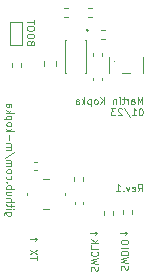
<source format=gbr>
%TF.GenerationSoftware,KiCad,Pcbnew,(6.0.1-0)*%
%TF.CreationDate,2023-04-29T18:47:22+02:00*%
%TF.ProjectId,picoprobe,7069636f-7072-46f6-9265-2e6b69636164,rev?*%
%TF.SameCoordinates,Original*%
%TF.FileFunction,Legend,Bot*%
%TF.FilePolarity,Positive*%
%FSLAX46Y46*%
G04 Gerber Fmt 4.6, Leading zero omitted, Abs format (unit mm)*
G04 Created by KiCad (PCBNEW (6.0.1-0)) date 2023-04-29 18:47:22*
%MOMM*%
%LPD*%
G01*
G04 APERTURE LIST*
%ADD10C,0.100000*%
%ADD11C,0.120000*%
%ADD12C,0.150000*%
G04 APERTURE END LIST*
D10*
X164100000Y-109800000D02*
X164250000Y-109900000D01*
X156450000Y-110500000D02*
X156600000Y-110400000D01*
X156600000Y-110400000D02*
X156000000Y-110400000D01*
X161550000Y-110000000D02*
X161700000Y-109900000D01*
X156450000Y-110300000D02*
X156600000Y-110400000D01*
X161550000Y-109800000D02*
X161700000Y-109900000D01*
X164100000Y-110000000D02*
X164250000Y-109900000D01*
X161700000Y-109900000D02*
X161100000Y-109900000D01*
X164250000Y-109900000D02*
X163650000Y-109900000D01*
X161207142Y-113057142D02*
X161178571Y-112971428D01*
X161178571Y-112828571D01*
X161207142Y-112771428D01*
X161235714Y-112742857D01*
X161292857Y-112714285D01*
X161350000Y-112714285D01*
X161407142Y-112742857D01*
X161435714Y-112771428D01*
X161464285Y-112828571D01*
X161492857Y-112942857D01*
X161521428Y-113000000D01*
X161550000Y-113028571D01*
X161607142Y-113057142D01*
X161664285Y-113057142D01*
X161721428Y-113028571D01*
X161750000Y-113000000D01*
X161778571Y-112942857D01*
X161778571Y-112800000D01*
X161750000Y-112714285D01*
X161778571Y-112514285D02*
X161178571Y-112371428D01*
X161607142Y-112257142D01*
X161178571Y-112142857D01*
X161778571Y-112000000D01*
X161235714Y-111428571D02*
X161207142Y-111457142D01*
X161178571Y-111542857D01*
X161178571Y-111600000D01*
X161207142Y-111685714D01*
X161264285Y-111742857D01*
X161321428Y-111771428D01*
X161435714Y-111800000D01*
X161521428Y-111800000D01*
X161635714Y-111771428D01*
X161692857Y-111742857D01*
X161750000Y-111685714D01*
X161778571Y-111600000D01*
X161778571Y-111542857D01*
X161750000Y-111457142D01*
X161721428Y-111428571D01*
X161178571Y-110885714D02*
X161178571Y-111171428D01*
X161778571Y-111171428D01*
X161178571Y-110685714D02*
X161778571Y-110685714D01*
X161178571Y-110342857D02*
X161521428Y-110600000D01*
X161778571Y-110342857D02*
X161435714Y-110685714D01*
X165542142Y-98938428D02*
X165542142Y-98338428D01*
X165342142Y-98767000D01*
X165142142Y-98338428D01*
X165142142Y-98938428D01*
X164599285Y-98938428D02*
X164599285Y-98624142D01*
X164627857Y-98567000D01*
X164685000Y-98538428D01*
X164799285Y-98538428D01*
X164856428Y-98567000D01*
X164599285Y-98909857D02*
X164656428Y-98938428D01*
X164799285Y-98938428D01*
X164856428Y-98909857D01*
X164885000Y-98852714D01*
X164885000Y-98795571D01*
X164856428Y-98738428D01*
X164799285Y-98709857D01*
X164656428Y-98709857D01*
X164599285Y-98681285D01*
X164313571Y-98938428D02*
X164313571Y-98538428D01*
X164313571Y-98652714D02*
X164285000Y-98595571D01*
X164256428Y-98567000D01*
X164199285Y-98538428D01*
X164142142Y-98538428D01*
X164027857Y-98538428D02*
X163799285Y-98538428D01*
X163942142Y-98338428D02*
X163942142Y-98852714D01*
X163913571Y-98909857D01*
X163856428Y-98938428D01*
X163799285Y-98938428D01*
X163599285Y-98938428D02*
X163599285Y-98538428D01*
X163599285Y-98338428D02*
X163627857Y-98367000D01*
X163599285Y-98395571D01*
X163570714Y-98367000D01*
X163599285Y-98338428D01*
X163599285Y-98395571D01*
X163313571Y-98538428D02*
X163313571Y-98938428D01*
X163313571Y-98595571D02*
X163285000Y-98567000D01*
X163227857Y-98538428D01*
X163142142Y-98538428D01*
X163085000Y-98567000D01*
X163056428Y-98624142D01*
X163056428Y-98938428D01*
X162313571Y-98938428D02*
X162313571Y-98338428D01*
X161970714Y-98938428D02*
X162227857Y-98595571D01*
X161970714Y-98338428D02*
X162313571Y-98681285D01*
X161627857Y-98938428D02*
X161685000Y-98909857D01*
X161713571Y-98881285D01*
X161742142Y-98824142D01*
X161742142Y-98652714D01*
X161713571Y-98595571D01*
X161685000Y-98567000D01*
X161627857Y-98538428D01*
X161542142Y-98538428D01*
X161485000Y-98567000D01*
X161456428Y-98595571D01*
X161427857Y-98652714D01*
X161427857Y-98824142D01*
X161456428Y-98881285D01*
X161485000Y-98909857D01*
X161542142Y-98938428D01*
X161627857Y-98938428D01*
X161170714Y-98538428D02*
X161170714Y-99138428D01*
X161170714Y-98567000D02*
X161113571Y-98538428D01*
X160999285Y-98538428D01*
X160942142Y-98567000D01*
X160913571Y-98595571D01*
X160885000Y-98652714D01*
X160885000Y-98824142D01*
X160913571Y-98881285D01*
X160942142Y-98909857D01*
X160999285Y-98938428D01*
X161113571Y-98938428D01*
X161170714Y-98909857D01*
X160627857Y-98938428D02*
X160627857Y-98338428D01*
X160570714Y-98709857D02*
X160399285Y-98938428D01*
X160399285Y-98538428D02*
X160627857Y-98767000D01*
X159885000Y-98938428D02*
X159885000Y-98624142D01*
X159913571Y-98567000D01*
X159970714Y-98538428D01*
X160085000Y-98538428D01*
X160142142Y-98567000D01*
X159885000Y-98909857D02*
X159942142Y-98938428D01*
X160085000Y-98938428D01*
X160142142Y-98909857D01*
X160170714Y-98852714D01*
X160170714Y-98795571D01*
X160142142Y-98738428D01*
X160085000Y-98709857D01*
X159942142Y-98709857D01*
X159885000Y-98681285D01*
X165427857Y-99304428D02*
X165370714Y-99304428D01*
X165313571Y-99333000D01*
X165285000Y-99361571D01*
X165256428Y-99418714D01*
X165227857Y-99533000D01*
X165227857Y-99675857D01*
X165256428Y-99790142D01*
X165285000Y-99847285D01*
X165313571Y-99875857D01*
X165370714Y-99904428D01*
X165427857Y-99904428D01*
X165485000Y-99875857D01*
X165513571Y-99847285D01*
X165542142Y-99790142D01*
X165570714Y-99675857D01*
X165570714Y-99533000D01*
X165542142Y-99418714D01*
X165513571Y-99361571D01*
X165485000Y-99333000D01*
X165427857Y-99304428D01*
X164656428Y-99904428D02*
X164999285Y-99904428D01*
X164827857Y-99904428D02*
X164827857Y-99304428D01*
X164885000Y-99390142D01*
X164942142Y-99447285D01*
X164999285Y-99475857D01*
X163970714Y-99275857D02*
X164485000Y-100047285D01*
X163799285Y-99361571D02*
X163770714Y-99333000D01*
X163713571Y-99304428D01*
X163570714Y-99304428D01*
X163513571Y-99333000D01*
X163485000Y-99361571D01*
X163456428Y-99418714D01*
X163456428Y-99475857D01*
X163485000Y-99561571D01*
X163827857Y-99904428D01*
X163456428Y-99904428D01*
X163256428Y-99304428D02*
X162885000Y-99304428D01*
X163085000Y-99533000D01*
X162999285Y-99533000D01*
X162942142Y-99561571D01*
X162913571Y-99590142D01*
X162885000Y-99647285D01*
X162885000Y-99790142D01*
X162913571Y-99847285D01*
X162942142Y-99875857D01*
X162999285Y-99904428D01*
X163170714Y-99904428D01*
X163227857Y-99875857D01*
X163256428Y-99847285D01*
X154428571Y-108107142D02*
X153942857Y-108107142D01*
X153885714Y-108135714D01*
X153857142Y-108164285D01*
X153828571Y-108221428D01*
X153828571Y-108307142D01*
X153857142Y-108364285D01*
X154057142Y-108107142D02*
X154028571Y-108164285D01*
X154028571Y-108278571D01*
X154057142Y-108335714D01*
X154085714Y-108364285D01*
X154142857Y-108392857D01*
X154314285Y-108392857D01*
X154371428Y-108364285D01*
X154400000Y-108335714D01*
X154428571Y-108278571D01*
X154428571Y-108164285D01*
X154400000Y-108107142D01*
X154028571Y-107821428D02*
X154428571Y-107821428D01*
X154628571Y-107821428D02*
X154600000Y-107850000D01*
X154571428Y-107821428D01*
X154600000Y-107792857D01*
X154628571Y-107821428D01*
X154571428Y-107821428D01*
X154428571Y-107621428D02*
X154428571Y-107392857D01*
X154628571Y-107535714D02*
X154114285Y-107535714D01*
X154057142Y-107507142D01*
X154028571Y-107450000D01*
X154028571Y-107392857D01*
X154028571Y-107192857D02*
X154628571Y-107192857D01*
X154028571Y-106935714D02*
X154342857Y-106935714D01*
X154400000Y-106964285D01*
X154428571Y-107021428D01*
X154428571Y-107107142D01*
X154400000Y-107164285D01*
X154371428Y-107192857D01*
X154428571Y-106392857D02*
X154028571Y-106392857D01*
X154428571Y-106650000D02*
X154114285Y-106650000D01*
X154057142Y-106621428D01*
X154028571Y-106564285D01*
X154028571Y-106478571D01*
X154057142Y-106421428D01*
X154085714Y-106392857D01*
X154028571Y-106107142D02*
X154628571Y-106107142D01*
X154400000Y-106107142D02*
X154428571Y-106050000D01*
X154428571Y-105935714D01*
X154400000Y-105878571D01*
X154371428Y-105850000D01*
X154314285Y-105821428D01*
X154142857Y-105821428D01*
X154085714Y-105850000D01*
X154057142Y-105878571D01*
X154028571Y-105935714D01*
X154028571Y-106050000D01*
X154057142Y-106107142D01*
X154085714Y-105564285D02*
X154057142Y-105535714D01*
X154028571Y-105564285D01*
X154057142Y-105592857D01*
X154085714Y-105564285D01*
X154028571Y-105564285D01*
X154057142Y-105021428D02*
X154028571Y-105078571D01*
X154028571Y-105192857D01*
X154057142Y-105250000D01*
X154085714Y-105278571D01*
X154142857Y-105307142D01*
X154314285Y-105307142D01*
X154371428Y-105278571D01*
X154400000Y-105250000D01*
X154428571Y-105192857D01*
X154428571Y-105078571D01*
X154400000Y-105021428D01*
X154028571Y-104678571D02*
X154057142Y-104735714D01*
X154085714Y-104764285D01*
X154142857Y-104792857D01*
X154314285Y-104792857D01*
X154371428Y-104764285D01*
X154400000Y-104735714D01*
X154428571Y-104678571D01*
X154428571Y-104592857D01*
X154400000Y-104535714D01*
X154371428Y-104507142D01*
X154314285Y-104478571D01*
X154142857Y-104478571D01*
X154085714Y-104507142D01*
X154057142Y-104535714D01*
X154028571Y-104592857D01*
X154028571Y-104678571D01*
X154028571Y-104221428D02*
X154428571Y-104221428D01*
X154371428Y-104221428D02*
X154400000Y-104192857D01*
X154428571Y-104135714D01*
X154428571Y-104050000D01*
X154400000Y-103992857D01*
X154342857Y-103964285D01*
X154028571Y-103964285D01*
X154342857Y-103964285D02*
X154400000Y-103935714D01*
X154428571Y-103878571D01*
X154428571Y-103792857D01*
X154400000Y-103735714D01*
X154342857Y-103707142D01*
X154028571Y-103707142D01*
X154657142Y-102992857D02*
X153885714Y-103507142D01*
X154028571Y-102792857D02*
X154428571Y-102792857D01*
X154371428Y-102792857D02*
X154400000Y-102764285D01*
X154428571Y-102707142D01*
X154428571Y-102621428D01*
X154400000Y-102564285D01*
X154342857Y-102535714D01*
X154028571Y-102535714D01*
X154342857Y-102535714D02*
X154400000Y-102507142D01*
X154428571Y-102450000D01*
X154428571Y-102364285D01*
X154400000Y-102307142D01*
X154342857Y-102278571D01*
X154028571Y-102278571D01*
X154257142Y-101992857D02*
X154257142Y-101535714D01*
X154028571Y-101250000D02*
X154628571Y-101250000D01*
X154257142Y-101192857D02*
X154028571Y-101021428D01*
X154428571Y-101021428D02*
X154200000Y-101250000D01*
X154028571Y-100678571D02*
X154057142Y-100735714D01*
X154085714Y-100764285D01*
X154142857Y-100792857D01*
X154314285Y-100792857D01*
X154371428Y-100764285D01*
X154400000Y-100735714D01*
X154428571Y-100678571D01*
X154428571Y-100592857D01*
X154400000Y-100535714D01*
X154371428Y-100507142D01*
X154314285Y-100478571D01*
X154142857Y-100478571D01*
X154085714Y-100507142D01*
X154057142Y-100535714D01*
X154028571Y-100592857D01*
X154028571Y-100678571D01*
X154428571Y-100221428D02*
X153828571Y-100221428D01*
X154400000Y-100221428D02*
X154428571Y-100164285D01*
X154428571Y-100050000D01*
X154400000Y-99992857D01*
X154371428Y-99964285D01*
X154314285Y-99935714D01*
X154142857Y-99935714D01*
X154085714Y-99964285D01*
X154057142Y-99992857D01*
X154028571Y-100050000D01*
X154028571Y-100164285D01*
X154057142Y-100221428D01*
X154028571Y-99678571D02*
X154628571Y-99678571D01*
X154257142Y-99621428D02*
X154028571Y-99450000D01*
X154428571Y-99450000D02*
X154200000Y-99678571D01*
X154028571Y-98935714D02*
X154342857Y-98935714D01*
X154400000Y-98964285D01*
X154428571Y-99021428D01*
X154428571Y-99135714D01*
X154400000Y-99192857D01*
X154057142Y-98935714D02*
X154028571Y-98992857D01*
X154028571Y-99135714D01*
X154057142Y-99192857D01*
X154114285Y-99221428D01*
X154171428Y-99221428D01*
X154228571Y-99192857D01*
X154257142Y-99135714D01*
X154257142Y-98992857D01*
X154285714Y-98935714D01*
X156092857Y-93739285D02*
X156064285Y-93653571D01*
X156035714Y-93625000D01*
X155978571Y-93596428D01*
X155892857Y-93596428D01*
X155835714Y-93625000D01*
X155807142Y-93653571D01*
X155778571Y-93710714D01*
X155778571Y-93939285D01*
X156378571Y-93939285D01*
X156378571Y-93739285D01*
X156350000Y-93682142D01*
X156321428Y-93653571D01*
X156264285Y-93625000D01*
X156207142Y-93625000D01*
X156150000Y-93653571D01*
X156121428Y-93682142D01*
X156092857Y-93739285D01*
X156092857Y-93939285D01*
X156378571Y-93225000D02*
X156378571Y-93110714D01*
X156350000Y-93053571D01*
X156292857Y-92996428D01*
X156178571Y-92967857D01*
X155978571Y-92967857D01*
X155864285Y-92996428D01*
X155807142Y-93053571D01*
X155778571Y-93110714D01*
X155778571Y-93225000D01*
X155807142Y-93282142D01*
X155864285Y-93339285D01*
X155978571Y-93367857D01*
X156178571Y-93367857D01*
X156292857Y-93339285D01*
X156350000Y-93282142D01*
X156378571Y-93225000D01*
X156378571Y-92596428D02*
X156378571Y-92482142D01*
X156350000Y-92425000D01*
X156292857Y-92367857D01*
X156178571Y-92339285D01*
X155978571Y-92339285D01*
X155864285Y-92367857D01*
X155807142Y-92425000D01*
X155778571Y-92482142D01*
X155778571Y-92596428D01*
X155807142Y-92653571D01*
X155864285Y-92710714D01*
X155978571Y-92739285D01*
X156178571Y-92739285D01*
X156292857Y-92710714D01*
X156350000Y-92653571D01*
X156378571Y-92596428D01*
X156378571Y-92167857D02*
X156378571Y-91825000D01*
X155778571Y-91996428D02*
X156378571Y-91996428D01*
X163757142Y-112971428D02*
X163728571Y-112885714D01*
X163728571Y-112742857D01*
X163757142Y-112685714D01*
X163785714Y-112657142D01*
X163842857Y-112628571D01*
X163900000Y-112628571D01*
X163957142Y-112657142D01*
X163985714Y-112685714D01*
X164014285Y-112742857D01*
X164042857Y-112857142D01*
X164071428Y-112914285D01*
X164100000Y-112942857D01*
X164157142Y-112971428D01*
X164214285Y-112971428D01*
X164271428Y-112942857D01*
X164300000Y-112914285D01*
X164328571Y-112857142D01*
X164328571Y-112714285D01*
X164300000Y-112628571D01*
X164328571Y-112428571D02*
X163728571Y-112285714D01*
X164157142Y-112171428D01*
X163728571Y-112057142D01*
X164328571Y-111914285D01*
X163728571Y-111685714D02*
X164328571Y-111685714D01*
X164328571Y-111542857D01*
X164300000Y-111457142D01*
X164242857Y-111400000D01*
X164185714Y-111371428D01*
X164071428Y-111342857D01*
X163985714Y-111342857D01*
X163871428Y-111371428D01*
X163814285Y-111400000D01*
X163757142Y-111457142D01*
X163728571Y-111542857D01*
X163728571Y-111685714D01*
X163728571Y-111085714D02*
X164328571Y-111085714D01*
X164328571Y-110685714D02*
X164328571Y-110571428D01*
X164300000Y-110514285D01*
X164242857Y-110457142D01*
X164128571Y-110428571D01*
X163928571Y-110428571D01*
X163814285Y-110457142D01*
X163757142Y-110514285D01*
X163728571Y-110571428D01*
X163728571Y-110685714D01*
X163757142Y-110742857D01*
X163814285Y-110800000D01*
X163928571Y-110828571D01*
X164128571Y-110828571D01*
X164242857Y-110800000D01*
X164300000Y-110742857D01*
X164328571Y-110685714D01*
X156628571Y-112157142D02*
X156628571Y-111814285D01*
X156028571Y-111985714D02*
X156628571Y-111985714D01*
X156628571Y-111671428D02*
X156028571Y-111271428D01*
X156628571Y-111271428D02*
X156028571Y-111671428D01*
X165149285Y-106321428D02*
X165349285Y-106035714D01*
X165492142Y-106321428D02*
X165492142Y-105721428D01*
X165263571Y-105721428D01*
X165206428Y-105750000D01*
X165177857Y-105778571D01*
X165149285Y-105835714D01*
X165149285Y-105921428D01*
X165177857Y-105978571D01*
X165206428Y-106007142D01*
X165263571Y-106035714D01*
X165492142Y-106035714D01*
X164663571Y-106292857D02*
X164720714Y-106321428D01*
X164835000Y-106321428D01*
X164892142Y-106292857D01*
X164920714Y-106235714D01*
X164920714Y-106007142D01*
X164892142Y-105950000D01*
X164835000Y-105921428D01*
X164720714Y-105921428D01*
X164663571Y-105950000D01*
X164635000Y-106007142D01*
X164635000Y-106064285D01*
X164920714Y-106121428D01*
X164435000Y-105921428D02*
X164292142Y-106321428D01*
X164149285Y-105921428D01*
X163920714Y-106264285D02*
X163892142Y-106292857D01*
X163920714Y-106321428D01*
X163949285Y-106292857D01*
X163920714Y-106264285D01*
X163920714Y-106321428D01*
X163320714Y-106321428D02*
X163663571Y-106321428D01*
X163492142Y-106321428D02*
X163492142Y-105721428D01*
X163549285Y-105807142D01*
X163606428Y-105864285D01*
X163663571Y-105892857D01*
D11*
%TO.C,D1*%
X160750000Y-93530000D02*
X160650000Y-93530000D01*
X160750000Y-93530000D02*
X160750000Y-96330000D01*
X160750000Y-96330000D02*
X160650000Y-96330000D01*
X159050000Y-96330000D02*
X158950000Y-96330000D01*
X158950000Y-93530000D02*
X159050000Y-93530000D01*
X158950000Y-96330000D02*
X158950000Y-93530000D01*
D12*
X160925000Y-92680000D02*
G75*
G03*
X160925000Y-92680000I-75000J0D01*
G01*
D11*
%TO.C,C16*%
X156607836Y-103840000D02*
X156392164Y-103840000D01*
X156607836Y-104560000D02*
X156392164Y-104560000D01*
%TO.C,R8*%
X154350000Y-92000000D02*
X155350000Y-92000000D01*
X155350000Y-92000000D02*
X155350000Y-93900000D01*
X155350000Y-93900000D02*
X154350000Y-93900000D01*
X154350000Y-93900000D02*
X154350000Y-92000000D01*
%TO.C,R7*%
X154470000Y-95803641D02*
X154470000Y-95496359D01*
X155230000Y-95803641D02*
X155230000Y-95496359D01*
%TO.C,R2*%
X161243641Y-91530000D02*
X160936359Y-91530000D01*
X161243641Y-90770000D02*
X160936359Y-90770000D01*
%TO.C,R11*%
X164680000Y-108253641D02*
X164680000Y-107946359D01*
X163920000Y-108253641D02*
X163920000Y-107946359D01*
%TO.C,C1*%
X161390000Y-94642164D02*
X161390000Y-94857836D01*
X162110000Y-94642164D02*
X162110000Y-94857836D01*
%TO.C,R1*%
X158906359Y-91530000D02*
X159213641Y-91530000D01*
X158906359Y-90770000D02*
X159213641Y-90770000D01*
%TO.C,C15*%
X159790000Y-107192164D02*
X159790000Y-107407836D01*
X160510000Y-107192164D02*
X160510000Y-107407836D01*
%TO.C,R3*%
X159770000Y-105146359D02*
X159770000Y-105453641D01*
X160530000Y-105146359D02*
X160530000Y-105453641D01*
%TO.C,Y1*%
X157140000Y-105300000D02*
X157660000Y-105300000D01*
X155800000Y-106650000D02*
X155800000Y-106450000D01*
X157140000Y-107800000D02*
X157660000Y-107800000D01*
X159000000Y-106650000D02*
X159000000Y-106450000D01*
%TO.C,R10*%
X163080000Y-108303641D02*
X163080000Y-107996359D01*
X162320000Y-108303641D02*
X162320000Y-107996359D01*
%TO.C,F1*%
X157177500Y-95272742D02*
X157177500Y-95747258D01*
X158222500Y-95272742D02*
X158222500Y-95747258D01*
%TO.C,U1*%
X165600000Y-95600000D02*
X165600000Y-94950000D01*
X165600000Y-95600000D02*
X165600000Y-96350000D01*
X162700000Y-95650000D02*
X162700000Y-94950000D01*
X163800000Y-96350000D02*
X164500000Y-96350000D01*
X162700000Y-95650000D02*
X162700000Y-96350000D01*
X163160000Y-95350000D02*
G75*
G03*
X163160000Y-95350000I-60000J0D01*
G01*
%TO.C,FB1*%
X162046359Y-93430000D02*
X162353641Y-93430000D01*
X162046359Y-92670000D02*
X162353641Y-92670000D01*
%TO.C,C2*%
X161390000Y-96907836D02*
X161390000Y-96692164D01*
X162110000Y-96907836D02*
X162110000Y-96692164D01*
%TD*%
M02*

</source>
